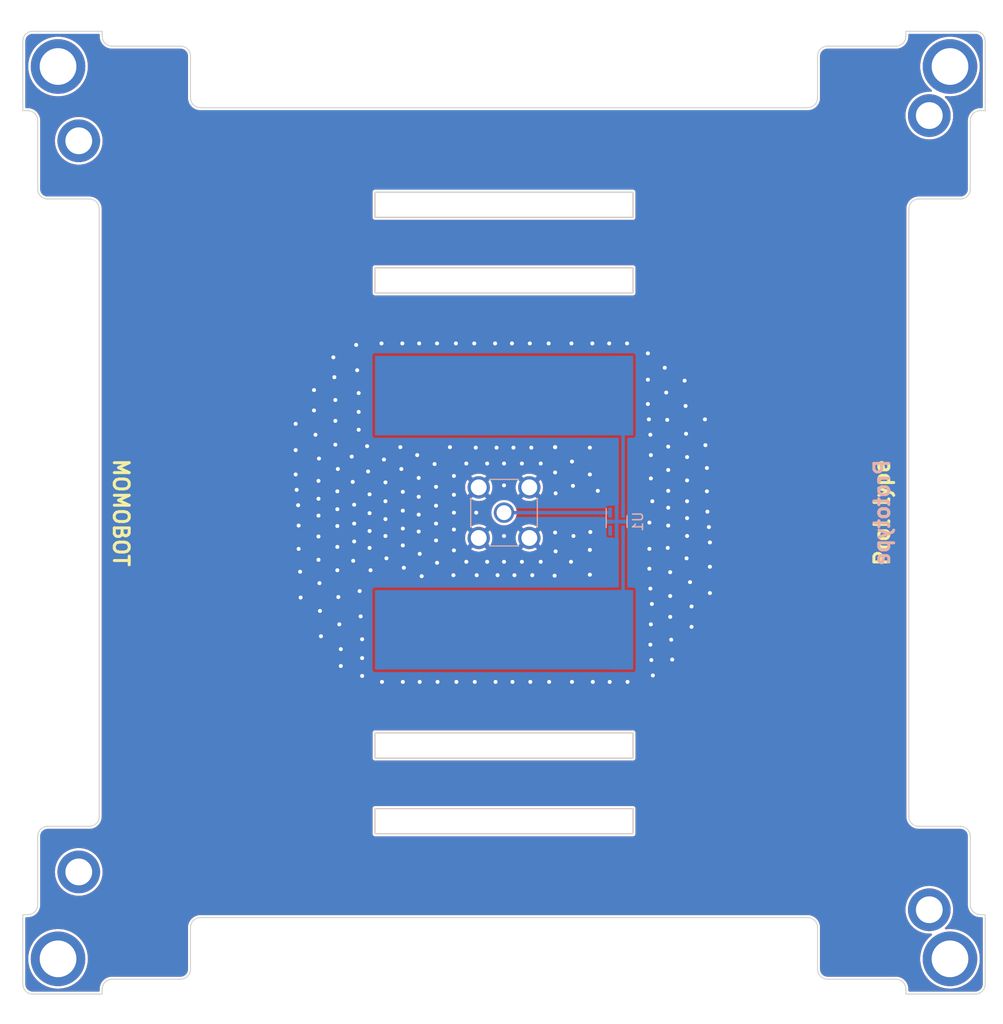
<source format=kicad_pcb>
(kicad_pcb (version 20211014) (generator pcbnew)
  (layers (0 "F.Cu" signal) (31 "B.Cu" signal) (34 "B.Paste" user) (35 "F.Paste" user) (36 "B.SilkS" user "B.Silkscreen") (37 "F.SilkS" user "F.Silkscreen") (38 "B.Mask" user) (39 "F.Mask" user) (44 "Edge.Cuts" user))
  (net 0 "")
  (net 2 "Net-(AE1-Pad1)")
  (net 3 "GND")
  (net 4 "Net-(AE1-Pad2)")
  (net 5 "Net-(J1-Pad1)")
  (footprint "ISP:MountingHole_3.7mm_Pad_Modified" (layer "F.Cu") (at 163.45 143.45)
    (fp_text reference "H4")
    (fp_text value "MountingHole")
    (pad "1" thru_hole circle (at 0 0) (size 5.5 5.5) (drill 3.7) (layers *.Cu *.Mask))
  )
  (footprint "MountingHole:MountingHole_2.7mm_M2.5_DIN965_Pad" (layer "F.Cu") (at 161.364 58.495)
    (fp_text reference "H6")
    (fp_text value "MountingHole")
    (pad "1" thru_hole circle (at 0 0) (size 4.3 4.3) (drill 2.7) (layers *.Cu *.Mask))
  )
  (footprint "ISP:MountingHole_3.7mm_Pad_Modified" (layer "F.Cu") (at 73.55 53.55)
    (fp_text reference "H1")
    (fp_text value "MountingHole")
    (pad "1" thru_hole circle (at 0 0) (size 5.5 5.5) (drill 3.7) (layers *.Cu *.Mask))
  )
  (footprint "MountingHole:MountingHole_2.7mm_M2.5_DIN965_Pad" (layer "F.Cu") (at 161.364 138.505)
    (fp_text reference "H8")
    (fp_text value "MountingHole")
    (pad "1" thru_hole circle (at 0 0) (size 4.3 4.3) (drill 2.7) (layers *.Cu *.Mask))
  )
  (footprint "MountingHole:MountingHole_2.7mm_M2.5_DIN965_Pad" (layer "F.Cu") (at 75.639 134.695)
    (fp_text reference "H7")
    (fp_text value "MountingHole")
    (pad "1" thru_hole circle (at 0 0) (size 4.3 4.3) (drill 2.7) (layers *.Cu *.Mask))
  )
  (footprint "MountingHole:MountingHole_2.7mm_M2.5_DIN965_Pad" (layer "F.Cu") (at 75.639 61.035)
    (fp_text reference "H5")
    (fp_text value "MountingHole")
    (pad "1" thru_hole circle (at 0 0) (size 4.3 4.3) (drill 2.7) (layers *.Cu *.Mask))
  )
  (footprint "ISP:MountingHole_3.7mm_Pad_Modified" (layer "F.Cu") (at 73.55 143.45)
    (fp_text reference "H3")
    (fp_text value "MountingHole")
    (pad "1" thru_hole circle (at 0 0) (size 5.5 5.5) (drill 3.7) (layers *.Cu *.Mask))
  )
  (footprint "ISP:MountingHole_3.7mm_Pad_Modified" (layer "F.Cu") (at 163.45 53.55)
    (fp_text reference "H2")
    (fp_text value "MountingHole")
    (pad "1" thru_hole circle (at 0 0) (size 5.5 5.5) (drill 3.7) (layers *.Cu *.Mask))
  )
  (footprint "ISP:SMA_Connector" (layer "B.Cu") (at 118.5 98.5 90)
    (fp_text reference "J1")
    (fp_text value "SMA Connector Male")
    (fp_line (start -1.45 -3.355) (end 1.45 -3.355) (layer "B.SilkS") (width 0.12))
    (fp_line (start 3.355 1.45) (end 3.355 -1.45) (layer "B.SilkS") (width 0.12))
    (fp_line (start -3.355 1.45) (end -3.355 -1.45) (layer "B.SilkS") (width 0.12))
    (fp_line (start -1.45 3.355) (end 1.45 3.355) (layer "B.SilkS") (width 0.12))
    (pad "1" thru_hole circle (at 0 0 90) (size 2.05 2.05) (drill 1.5) (layers *.Mask "F.Cu" "In1.Cu" "B.Cu") (net 5 "Net-(J1-Pad1)"))
    (pad "2" thru_hole circle (at 2.55 -2.55 90) (size 2.25 2.25) (drill 1.6) (layers *.Cu *.Mask) (net 3 "GND"))
    (pad "2" thru_hole circle (at -2.55 -2.55 90) (size 2.25 2.25) (drill 1.6) (layers *.Cu *.Mask) (net 3 "GND"))
    (pad "2" thru_hole circle (at -2.55 2.55 90) (size 2.25 2.25) (drill 1.6) (layers *.Cu *.Mask) (net 3 "GND"))
    (pad "2" thru_hole circle (at 2.55 2.55 90) (size 2.25 2.25) (drill 1.6) (layers *.Cu *.Mask) (net 3 "GND"))
  )
  (footprint "ISP:Antenna_Pads_Two_Slits" (layer "B.Cu") (at 118.5 98.5 -90)
    (fp_text reference "AE1")
    (fp_text value "Dipole_Antenna")
    (fp_line (start -24.67 -13) (end -22.13 -13) (layer "B.SilkS") (width 0.12))
    (fp_line (start -32.29 -13) (end -29.75 -13) (layer "B.SilkS") (width 0.12))
    (fp_line (start -29.75 13) (end -29.75 -13) (layer "B.SilkS") (width 0.12))
    (fp_line (start -32.29 13) (end -32.29 -13) (layer "B.SilkS") (width 0.12))
    (fp_line (start -29.75 13) (end -32.29 13) (layer "B.SilkS") (width 0.12))
    (fp_line (start 22.19 13) (end 22.19 -13) (layer "B.SilkS") (width 0.12))
    (fp_line (start -22.13 13) (end -22.13 -13) (layer "B.SilkS") (width 0.12))
    (fp_line (start -24.67 13) (end -24.67 -13) (layer "B.SilkS") (width 0.12))
    (fp_line (start 29.81 -13) (end 32.35 -13) (layer "B.SilkS") (width 0.12))
    (fp_line (start 32.35 13) (end 29.85 13) (layer "B.SilkS") (width 0.12))
    (fp_line (start 24.73 13) (end 24.73 -13) (layer "B.SilkS") (width 0.12))
    (fp_line (start -22.13 13) (end -24.67 13) (layer "B.SilkS") (width 0.12))
    (fp_line (start 22.19 -13) (end 24.73 -13) (layer "B.SilkS") (width 0.12))
    (fp_line (start 32.35 13) (end 32.35 -13) (layer "B.SilkS") (width 0.12))
    (fp_line (start 24.73 13) (end 22.19 13) (layer "B.SilkS") (width 0.12))
    (fp_line (start 29.81 13) (end 29.81 -13) (layer "B.SilkS") (width 0.12))
    (pad "1" smd rect (at -11.8 -12 270) (size 8 2) (layers "B.Cu" "B.Paste" "B.Mask") (net 2 "Net-(AE1-Pad1)"))
    (pad "1" smd rect (at -11.8 0 270) (size 8 26) (layers "B.Cu" "B.Paste" "B.Mask") (net 2 "Net-(AE1-Pad1)"))
    (pad "2" smd rect (at 11.8 0 270) (size 8 26) (layers "B.Cu" "B.Paste" "B.Mask") (net 4 "Net-(AE1-Pad2)"))
    (pad "2" smd rect (at 11.8 -12 270) (size 8 2) (layers "B.Cu" "B.Paste" "B.Mask") (net 4 "Net-(AE1-Pad2)"))
  )
  (footprint "RF_Converter:Balun_Johanson_5400BL15B050E" (layer "B.Cu") (at 129.85 99.4 -90)
    (fp_text reference "U1" (at 0 -2.15 90) (layer "B.SilkS") (effects (justify mirror)))
    (fp_text value "HHM1589D1")
    (fp_line (start -1.3 1.05) (end 0.6 1.05) (layer "B.SilkS") (width 0.12))
    (fp_line (start -0.6 -1.05) (end 0.6 -1.05) (layer "B.SilkS") (width 0.12))
    (pad "1" smd rect (at -0.9 0.65 270) (size 1 0.35) (layers "B.Cu" "B.Paste" "B.Mask") (net 5 "Net-(J1-Pad1)") (clearance 0.2))
    (pad "2" smd rect (at -0.9 0 270) (size 1 0.35) (layers "B.Cu" "B.Paste" "B.Mask") (net 3 "GND"))
    (pad "3" smd rect (at -0.9 -0.65 270) (size 1 0.35) (layers "B.Cu" "B.Paste" "B.Mask") (net 2 "Net-(AE1-Pad1)") (clearance 0.2))
    (pad "4" smd rect (at 0.9 -0.65 270) (size 1 0.35) (layers "B.Cu" "B.Paste" "B.Mask") (net 4 "Net-(AE1-Pad2)") (clearance 0.2))
    (pad "5" smd rect (at 0.9 0 270) (size 1 0.35) (layers "B.Cu" "B.Paste" "B.Mask") (net 3 "GND"))
    (pad "6" smd rect (at 0.9 0.65 270) (size 1 0.35) (layers "B.Cu" "B.Paste" "B.Mask") (clearance 0.2))
  )
  (gr_arc (start 77.7 129.1) (mid 77.407107 129.807107) (end 76.7 130.1) (layer "Edge.Cuts") (width 0.1))
  (gr_arc (start 71.5 131.1) (mid 71.792893 130.392893) (end 72.5 130.1) (layer "Edge.Cuts") (width 0.1))
  (gr_arc (start 159.3 67.9) (mid 159.592893 67.192893) (end 160.3 66.9) (layer "Edge.Cuts") (width 0.1))
  (gr_line (start 167 58) (end 167 51) (layer "Edge.Cuts") (width 0.1))
  (gr_line (start 167 58) (end 166.5 58) (layer "Edge.Cuts") (width 0.1))
  (gr_arc (start 87.9 57.7) (mid 87.192893 57.407107) (end 86.9 56.7) (layer "Edge.Cuts") (width 0.1))
  (gr_line (start 159 50) (end 166 50) (layer "Edge.Cuts") (width 0.1))
  (gr_arc (start 166.5 139) (mid 165.792893 138.707107) (end 165.5 138) (layer "Edge.Cuts") (width 0.1))
  (gr_arc (start 71 147) (mid 70.292893 146.707107) (end 70 146) (layer "Edge.Cuts") (width 0.1))
  (gr_line (start 149.1 139.3) (end 87.9 139.3) (layer "Edge.Cuts") (width 0.1))
  (gr_arc (start 167 146) (mid 166.707107 146.707107) (end 166 147) (layer "Edge.Cuts") (width 0.1))
  (gr_arc (start 78 146.5) (mid 78.292893 145.792893) (end 79 145.5) (layer "Edge.Cuts") (width 0.1))
  (gr_arc (start 158 145.5) (mid 158.707107 145.792893) (end 159 146.5) (layer "Edge.Cuts") (width 0.1))
  (gr_line (start 70 139) (end 70 146) (layer "Edge.Cuts") (width 0.1))
  (gr_arc (start 164.5 130.1) (mid 165.207107 130.392893) (end 165.5 131.1) (layer "Edge.Cuts") (width 0.1))
  (gr_line (start 70.5 58) (end 70 58) (layer "Edge.Cuts") (width 0.1))
  (gr_line (start 150.1 140.3) (end 150.1 144.5) (layer "Edge.Cuts") (width 0.1))
  (gr_line (start 87.9 57.7) (end 149.1 57.7) (layer "Edge.Cuts") (width 0.1))
  (gr_arc (start 72.5 66.9) (mid 71.792893 66.607107) (end 71.5 65.9) (layer "Edge.Cuts") (width 0.1))
  (gr_line (start 78 147) (end 71 147) (layer "Edge.Cuts") (width 0.1))
  (gr_line (start 166 147) (end 159 147) (layer "Edge.Cuts") (width 0.1))
  (gr_line (start 166.5 139) (end 167 139) (layer "Edge.Cuts") (width 0.1))
  (gr_arc (start 159 50.5) (mid 158.707107 51.207107) (end 158 51.5) (layer "Edge.Cuts") (width 0.1))
  (gr_line (start 159.3 67.9) (end 159.3 129.1) (layer "Edge.Cuts") (width 0.1))
  (gr_line (start 85.9 145.5) (end 79 145.5) (layer "Edge.Cuts") (width 0.1))
  (gr_rect (start 105.49989 128.311157) (end 131.499934 130.850665) (layer "Edge.Cuts") (width 0.1) (fill none))
  (gr_line (start 76.7 130.1) (end 72.5 130.1) (layer "Edge.Cuts") (width 0.1))
  (gr_line (start 165.5 59) (end 165.5 65.9) (layer "Edge.Cuts") (width 0.1))
  (gr_line (start 150.1 56.7) (end 150.1 52.5) (layer "Edge.Cuts") (width 0.1))
  (gr_arc (start 150.1 56.7) (mid 149.807107 57.407107) (end 149.1 57.7) (layer "Edge.Cuts") (width 0.1))
  (gr_line (start 86.9 140.3) (end 86.9 144.5) (layer "Edge.Cuts") (width 0.1))
  (gr_rect (start 105.497971 66.208113) (end 131.49797 68.745719) (layer "Edge.Cuts") (width 0.1) (fill none))
  (gr_line (start 158 145.5) (end 151.1 145.5) (layer "Edge.Cuts") (width 0.1))
  (gr_arc (start 86.9 140.3) (mid 87.192893 139.592893) (end 87.9 139.3) (layer "Edge.Cuts") (width 0.1))
  (gr_rect (start 105.503793 120.684906) (end 131.503837 123.224414) (layer "Edge.Cuts") (width 0.1) (fill none))
  (gr_line (start 76.7 66.9) (end 72.5 66.9) (layer "Edge.Cuts") (width 0.1))
  (gr_rect (start 105.499435 76.363697) (end 131.500565 73.825) (layer "Edge.Cuts") (width 0.1) (fill none))
  (gr_arc (start 79 51.5) (mid 78.292893 51.207107) (end 78 50.5) (layer "Edge.Cuts") (width 0.1))
  (gr_line (start 160.3 130.1) (end 164.5 130.1) (layer "Edge.Cuts") (width 0.1))
  (gr_arc (start 166 50) (mid 166.707107 50.292893) (end 167 51) (layer "Edge.Cuts") (width 0.1))
  (gr_line (start 79 51.5) (end 85.9 51.5) (layer "Edge.Cuts") (width 0.1))
  (gr_line (start 71.5 131.1) (end 71.5 138) (layer "Edge.Cuts") (width 0.1))
  (gr_line (start 160.3 66.9) (end 164.5 66.9) (layer "Edge.Cuts") (width 0.1))
  (gr_line (start 159 50) (end 159 50.5) (layer "Edge.Cuts") (width 0.1))
  (gr_arc (start 86.9 144.5) (mid 86.607107 145.207107) (end 85.9 145.5) (layer "Edge.Cuts") (width 0.1))
  (gr_line (start 78 50.5) (end 78 50) (layer "Edge.Cuts") (width 0.1))
  (gr_line (start 70 139) (end 70.5 139) (layer "Edge.Cuts") (width 0.1))
  (gr_arc (start 70.5 58) (mid 71.207107 58.292893) (end 71.5 59) (layer "Edge.Cuts") (width 0.1))
  (gr_arc (start 160.3 130.1) (mid 159.592893 129.807107) (end 159.3 129.1) (layer "Edge.Cuts") (width 0.1))
  (gr_arc (start 165.5 59) (mid 165.792893 58.292893) (end 166.5 58) (layer "Edge.Cuts") (width 0.1))
  (gr_line (start 77.7 129.1) (end 77.7 67.9) (layer "Edge.Cuts") (width 0.1))
  (gr_line (start 86.9 56.7) (end 86.9 52.5) (layer "Edge.Cuts") (width 0.1))
  (gr_line (start 70 51) (end 70 58) (layer "Edge.Cuts") (width 0.1))
  (gr_line (start 158 51.5) (end 151.1 51.5) (layer "Edge.Cuts") (width 0.1))
  (gr_line (start 71.5 59) (end 71.5 65.9) (layer "Edge.Cuts") (width 0.1))
  (gr_arc (start 85.9 51.5) (mid 86.607107 51.792893) (end 86.9 52.5) (layer "Edge.Cuts") (width 0.1))
  (gr_arc (start 165.5 65.9) (mid 165.207107 66.607107) (end 164.5 66.9) (layer "Edge.Cuts") (width 0.1))
  (gr_arc (start 149.1 139.3) (mid 149.807107 139.592893) (end 150.1 140.3) (layer "Edge.Cuts") (width 0.1))
  (gr_line (start 159 146.5) (end 159 147) (layer "Edge.Cuts") (width 0.1))
  (gr_arc (start 71.5 138) (mid 71.207107 138.707107) (end 70.5 139) (layer "Edge.Cuts") (width 0.1))
  (gr_arc (start 151.1 145.5) (mid 150.392893 145.207107) (end 150.1 144.5) (layer "Edge.Cuts") (width 0.1))
  (gr_arc (start 150.1 52.5) (mid 150.392893 51.792893) (end 151.1 51.5) (layer "Edge.Cuts") (width 0.1))
  (gr_line (start 165.5 131.1) (end 165.5 138) (layer "Edge.Cuts") (width 0.1))
  (gr_arc (start 70 51) (mid 70.292893 50.292893) (end 71 50) (layer "Edge.Cuts") (width 0.1))
  (gr_line (start 78 50) (end 71 50) (layer "Edge.Cuts") (width 0.1))
  (gr_line (start 167 139) (end 167 146) (layer "Edge.Cuts") (width 0.1))
  (gr_arc (start 76.7 66.9) (mid 77.407107 67.192893) (end 77.7 67.9) (layer "Edge.Cuts") (width 0.1))
  (gr_line (start 78 147) (end 78 146.5) (layer "Edge.Cuts") (width 0.1))
  (gr_text "Prototype" (at 156.6 98.5 90) (layer "B.SilkS") (effects (font (size 1.5 1.5) (thickness 0.3)) (justify mirror)))
  (gr_text "MOMOBOT" (at 79.9 98.5 -90) (layer "F.SilkS") (effects (font (size 1.5 1.5) (thickness 0.3))))
  (gr_text "Prototype" (at 156.6 98.5 90) (layer "F.SilkS") (effects (font (size 1.5 1.5) (thickness 0.3))))
  (segment (start 130.5 86.7) (end 130.5 98.5) (width 0.35) (layer "B.Cu") (net 2))
  (segment (start 126.3 89.42) (end 123.58 86.7) (width 0.25) (layer "B.Cu") (net 2))
  (segment (start 126.3 86.7) (end 118.5 86.7) (width 0.25) (layer "B.Cu") (net 2))
  (via (at 136.95 95.25) (size 0.8) (drill 0.4) (layers "F.Cu" "B.Cu") (net 3))
  (via (at 127.95 96.3) (size 0.8) (drill 0.4) (layers "F.Cu" "B.Cu") (net 3))
  (via (at 127.15 91.95) (size 0.8) (drill 0.4) (layers "F.Cu" "B.Cu") (net 3))
  (via (at 119.3 81.45) (size 0.8) (drill 0.4) (layers "F.Cu" "B.Cu") (net 3))
  (via (at 137.4 107.95) (size 0.8) (drill 0.4) (layers "F.Cu" "B.Cu") (net 3))
  (via (at 104.05 108.95) (size 0.8) (drill 0.4) (layers "F.Cu" "B.Cu") (net 3))
  (via (at 133.15 102.15) (size 0.8) (drill 0.4) (layers "F.Cu" "B.Cu") (net 3))
  (via (at 129.1 81.45) (size 0.8) (drill 0.4) (layers "F.Cu" "B.Cu") (net 3))
  (via (at 125.35 93.35) (size 0.8) (drill 0.4) (layers "F.Cu" "B.Cu") (net 3))
  (via (at 133.3 95.05) (size 0.8) (drill 0.4) (layers "F.Cu" "B.Cu") (net 3))
  (via (at 97.75 97.75) (size 0.8) (drill 0.4) (layers "F.Cu" "B.Cu") (net 3))
  (via (at 102.05 113.95) (size 0.8) (drill 0.4) (layers "F.Cu" "B.Cu") (net 3))
  (via (at 101.7 104.3) (size 0.8) (drill 0.4) (layers "F.Cu" "B.Cu") (net 3))
  (via (at 127.2 100.45) (size 0.8) (drill 0.4) (layers "F.Cu" "B.Cu") (net 3))
  (via (at 111.65 99.6) (size 0.8) (drill 0.4) (layers "F.Cu" "B.Cu") (net 3))
  (via (at 123.65 100.5) (size 0.8) (drill 0.4) (layers "F.Cu" "B.Cu") (net 3))
  (via (at 133.45 97.35) (size 0.8) (drill 0.4) (layers "F.Cu" "B.Cu") (net 3))
  (via (at 110 115.55) (size 0.8) (drill 0.4) (layers "F.Cu" "B.Cu") (net 3))
  (via (at 135.25 106.9) (size 0.8) (drill 0.4) (layers "F.Cu" "B.Cu") (net 3))
  (via (at 115.65 91.95) (size 0.8) (drill 0.4) (layers "F.Cu" "B.Cu") (net 3))
  (via (at 113.7 115.55) (size 0.8) (drill 0.4) (layers "F.Cu" "B.Cu") (net 3))
  (via (at 104.95 100.35) (size 0.8) (drill 0.4) (layers "F.Cu" "B.Cu") (net 3))
  (via (at 104.95 96.65) (size 0.8) (drill 0.4) (layers "F.Cu" "B.Cu") (net 3))
  (via (at 104.2 114.95) (size 0.8) (drill 0.4) (layers "F.Cu" "B.Cu") (net 3))
  (via (at 108.05 91.9) (size 0.8) (drill 0.4) (layers "F.Cu" "B.Cu") (net 3))
  (via (at 108.3 98.3) (size 0.8) (drill 0.4) (layers "F.Cu" "B.Cu") (net 3))
  (via (at 123.65 91.9) (size 0.8) (drill 0.4) (layers "F.Cu" "B.Cu") (net 3))
  (via (at 103.85 86.45) (size 0.8) (drill 0.4) (layers "F.Cu" "B.Cu") (net 3))
  (via (at 120.3 93.55) (size 0.8) (drill 0.4) (layers "F.Cu" "B.Cu") (net 3))
  (via (at 113.45 102.3) (size 0.8) (drill 0.4) (layers "F.Cu" "B.Cu") (net 3))
  (via (at 113.45 98.5) (size 0.8) (drill 0.4) (layers "F.Cu" "B.Cu") (net 3))
  (via (at 137.4 110) (size 0.8) (drill 0.4) (layers "F.Cu" "B.Cu") (net 3))
  (via (at 108.3 101.8) (size 0.8) (drill 0.4) (layers "F.Cu" "B.Cu") (net 3))
  (via (at 103.95 106.4) (size 0.8) (drill 0.4) (layers "F.Cu" "B.Cu") (net 3))
  (via (at 97.6 96.2) (size 0.8) (drill 0.4) (layers "F.Cu" "B.Cu") (net 3))
  (via (at 133.3 109.75) (size 0.8) (drill 0.4) (layers "F.Cu" "B.Cu") (net 3))
  (via (at 133.35 113.35) (size 0.8) (drill 0.4) (layers "F.Cu" "B.Cu") (net 3))
  (via (at 119.45 91.95) (size 0.8) (drill 0.4) (layers "F.Cu" "B.Cu") (net 3))
  (via (at 127.45 115.55) (size 0.8) (drill 0.4) (layers "F.Cu" "B.Cu") (net 3))
  (via (at 121.15 115.55) (size 0.8) (drill 0.4) (layers "F.Cu" "B.Cu") (net 3))
  (via (at 117.75 91.95) (size 0.8) (drill 0.4) (layers "F.Cu" "B.Cu") (net 3))
  (via (at 108.15 94.1) (size 0.8) (drill 0.4) (layers "F.Cu" "B.Cu") (net 3))
  (via (at 133 87.55) (size 0.8) (drill 0.4) (layers "F.Cu" "B.Cu") (net 3))
  (via (at 136.9 103.1) (size 0.8) (drill 0.4) (layers "F.Cu" "B.Cu") (net 3))
  (via (at 108.4 104.05) (size 0.8) (drill 0.4) (layers "F.Cu" "B.Cu") (net 3))
  (via (at 97.8 99.8) (size 0.8) (drill 0.4) (layers "F.Cu" "B.Cu") (net 3))
  (via (at 106.65 103.1) (size 0.8) (drill 0.4) (layers "F.Cu" "B.Cu") (net 3))
  (via (at 136.85 90.55) (size 0.8) (drill 0.4) (layers "F.Cu" "B.Cu") (net 3))
  (via (at 114.7 103.45) (size 0.8) (drill 0.4) (layers "F.Cu" "B.Cu") (net 3))
  (via (at 139 98.4) (size 0.8) (drill 0.4) (layers "F.Cu" "B.Cu") (net 3))
  (via (at 104.8 94.35) (size 0.8) (drill 0.4) (layers "F.Cu" "B.Cu") (net 3))
  (via (at 99.5 90.65) (size 0.8) (drill 0.4) (layers "F.Cu" "B.Cu") (net 3))
  (via (at 117.65 115.55) (size 0.8) (drill 0.4) (layers "F.Cu" "B.Cu") (net 3))
  (via (at 123.7 96.55) (size 0.8) (drill 0.4) (layers "F.Cu" "B.Cu") (net 3))
  (via (at 98 107.05) (size 0.8) (drill 0.4) (layers "F.Cu" "B.Cu") (net 3))
  (via (at 104.95 102.05) (size 0.8) (drill 0.4) (layers "F.Cu" "B.Cu") (net 3))
  (via (at 99.8 103.25) (size 0.8) (drill 0.4) (layers "F.Cu" "B.Cu") (net 3))
  (via (at 103.4 101.4) (size 0.8) (drill 0.4) (layers "F.Cu" "B.Cu") (net 3))
  (via (at 111.5 93.6) (size 0.8) (drill 0.4) (layers "F.Cu" "B.Cu") (net 3))
  (via (at 125.35 115.55) (size 0.8) (drill 0.4) (layers "F.Cu" "B.Cu") (net 3))
  (via (at 101.5 87.15) (size 0.8) (drill 0.4) (layers "F.Cu" "B.Cu") (net 3))
  (via (at 133.25 111.8) (size 0.8) (drill 0.4) (layers "F.Cu" "B.Cu") (net 3))
  (via (at 101.7 96.35) (size 0.8) (drill 0.4) (layers "F.Cu" "B.Cu") (net 3))
  (via (at 135.45 113.3) (size 0.8) (drill 0.4) (layers "F.Cu" "B.Cu") (net 3))
  (via (at 109.9 95) (size 0.8) (drill 0.4) (layers "F.Cu" "B.Cu") (net 3))
  (via (at 104.2 113.15) (size 0.8) (drill 0.4) (layers "F.Cu" "B.Cu") (net 3))
  (via (at 108.3 115.55) (size 0.8) (drill 0.4) (layers "F.Cu" "B.Cu") (net 3))
  (via (at 103.6 81.6) (size 0.8) (drill 0.4) (layers "F.Cu" "B.Cu") (net 3))
  (via (at 99.85 93.05) (size 0.8) (drill 0.4) (layers "F.Cu" "B.Cu") (net 3))
  (via (at 125.25 103.45) (size 0.8) (drill 0.4) (layers "F.Cu" "B.Cu") (net 3))
  (via (at 123.65 94.45) (size 0.8) (drill 0.4) (layers "F.Cu" "B.Cu") (net 3))
  (via (at 130.95 115.55) (size 0.8) (drill 0.4) (layers "F.Cu" "B.Cu") (net 3))
  (via (at 106.2 115.55) (size 0.8) (drill 0.4) (layers "F.Cu" "B.Cu") (net 3))
  (via (at 139.25 106.6) (size 0.8) (drill 0.4) (layers "F.Cu" "B.Cu") (net 3))
  (via (at 118.5 93.55) (size 0.8) (drill 0.4) (layers "F.Cu" "B.Cu") (net 3))
  (via (at 102.05 112.25) (size 0.8) (drill 0.4) (layers "F.Cu" "B.Cu") (net 3))
  (via (at 108.3 96.4) (size 0.8) (drill 0.4) (layers "F.Cu" "B.Cu") (net 3))
  (via (at 136.95 92.9) (size 0.8) (drill 0.4) (layers "F.Cu" "B.Cu") (net 3))
  (via (at 104.95 98.55) (size 0.8) (drill 0.4) (layers "F.Cu" "B.Cu") (net 3))
  (via (at 114.7 93.55) (size 0.8) (drill 0.4) (layers "F.Cu" "B.Cu") (net 3))
  (via (at 135.05 94.2) (size 0.8) (drill 0.4) (layers "F.Cu" "B.Cu") (net 3))
  (via (at 97.5 89.55) (size 0.8) (drill 0.4) (layers "F.Cu" "B.Cu") (net 3))
  (via (at 118.5 95.75) (size 0.8) (drill 0.4) (layers "F.Cu" "B.Cu") (net 3))
  (via (at 121.1 81.45) (size 0.8) (drill 0.4) (layers "F.Cu" "B.Cu") (net 3))
  (via (at 135.25 109) (size 0.8) (drill 0.4) (layers "F.Cu" "B.Cu") (net 3))
  (via (at 101.4 84.85) (size 0.8) (drill 0.4) (layers "F.Cu" "B.Cu") (net 3))
  (via (at 104.7 91.8) (size 0.8) (drill 0.4) (layers "F.Cu" "B.Cu") (net 3))
  (via (at 99.35 88.2) (size 0.8) (drill 0.4) (layers "F.Cu" "B.Cu") (net 3))
  (via (at 109.95 81.45) (size 0.8) (drill 0.4) (layers "F.Cu" "B.Cu") (net 3))
  (via (at 110 102.65) (size 0.8) (drill 0.4) (layers "F.Cu" "B.Cu") (net 3))
  (via (at 109.9 96.9) (size 0.8) (drill 0.4) (layers "F.Cu" "B.Cu") (net 3))
  (via (at 97.5 94.65) (size 0.8) (drill 0.4) (layers "F.Cu" "B.Cu") (net 3))
  (via (at 123.7 102.4) (size 0.8) (drill 0.4) (layers "F.Cu" "B.Cu") (net 3))
  (via (at 123.6 104.85) (size 0.8) (drill 0.4) (layers "F.Cu" "B.Cu") (net 3))
  (via (at 136.8 87.75) (size 0.8) (drill 0.4) (layers "F.Cu" "B.Cu") (net 3))
  (via (at 109.75 92.7) (size 0.8) (drill 0.4) (layers "F.Cu" "B.Cu") (net 3))
  (via (at 133.3 92.7) (size 0.8) (drill 0.4) (layers "F.Cu" "B.Cu") (net 3))
  (via (at 111.75 81.45) (size 0.8) (drill 0.4) (layers "F.Cu" "B.Cu") (net 3))
  (via (at 111.75 103.55) (size 0.8) (drill 0.4) (layers "F.Cu" "B.Cu") (net 3))
  (via (at 113.05 91.9) (size 0.8) (drill 0.4) (layers "F.Cu" "B.Cu") (net 3))
  (via (at 104.2 111.25) (size 0.8) (drill 0.4) (layers "F.Cu" "B.Cu") (net 3))
  (via (at 115.75 104.8) (size 0.8) (drill 0.4) (layers "F.Cu" "B.Cu") (net 3))
  (via (at 138.95 94) (size 0.8) (drill 0.4) (layers "F.Cu" "B.Cu") (net 3))
  (via (at 120.3 103.45) (size 0.8) (drill 0.4) (layers "F.Cu" "B.Cu") (net 3))
  (via (at 113.4 104.8) (size 0.8) (drill 0.4) (layers "F.Cu" "B.Cu") (net 3))
  (via (at 136.7 85.2) (size 0.8) (drill 0.4) (layers "F.Cu" "B.Cu") (net 3))
  (via (at 101.5 91.65) (size 0.8) (drill 0.4) (layers "F.Cu" "B.Cu") (net 3))
  (via (at 133.15 104.15) (size 0.8) (drill 0.4) (layers "F.Cu" "B.Cu") (net 3))
  (via (at 106.15 81.45) (size 0.8) (drill 0.4) (layers "F.Cu" "B.Cu") (net 3))
  (via (at 99.9 105.6) (size 0.8) (drill 0.4) (layers "F.Cu" "B.Cu") (net 3))
  (via (at 106.55 95.45) (size 0.8) (drill 0.4) (layers "F.Cu" "B.Cu") (net 3))
  (via (at 106.55 97.35) (size 0.8) (drill 0.4) (layers "F.Cu" "B.Cu") (net 3))
  (via (at 113.45 100.2) (size 0.8) (drill 0.4) (layers "F.Cu" "B.Cu") (net 3))
  (via (at 134.85 86.4) (size 0.8) (drill 0.4) (layers "F.Cu" "B.Cu") (net 3))
  (via (at 127.15 102.25) (size 0.8) (drill 0.4) (layers "F.Cu" "B.Cu") (net 3))
  (via (at 103.25 95.4) (size 0.8) (drill 0.4) (layers "F.Cu" "B.Cu") (net 3))
  (via (at 133.4 107.7) (size 0.8) (drill 0.4) (layers "F.Cu" "B.Cu") (net 3))
  (via (at 135.05 99.8) (size 0.8) (drill 0.4) (layers "F.Cu" "B.Cu") (net 3))
  (via (at 101.75 94.1) (size 0.8) (drill 0.4) (layers "F.Cu" "B.Cu") (net 3))
  (via (at 138.95 96.35) (size 0.8) (drill 0.4) (layers "F.Cu" "B.Cu") (net 3))
  (via (at 136.95 99.05) (size 0.8) (drill 0.4) (layers "F.Cu" "B.Cu") (net 3))
  (via (at 133.25 90.65) (size 0.8) (drill 0.4) (layers "F.Cu" "B.Cu") (net 3))
  (via (at 135 102.05) (size 0.8) (drill 0.4) (layers "F.Cu" "B.Cu") (net 3))
  (via (at 127.15 94.65) (size 0.8) (drill 0.4) (layers "F.Cu" "B.Cu") (net 3))
  (via (at 109.9 98.7) (size 0.8) (drill 0.4) (layers "F.Cu" "B.Cu") (net 3))
  (via (at 113.45 96.7) (size 0.8) (drill 0.4) (layers "F.Cu" "B.Cu") (net 3))
  (via (at 108.25 81.45) (size 0.8) (drill 0.4) (layers "F.Cu" "B.Cu") (net 3))
  (via (at 136.95 100.85) (size 0.8) (drill 0.4) (layers "F.Cu" "B.Cu") (net 3))
  (via (at 139.25 103.95) (size 0.8) (drill 0.4) (layers "F.Cu" "B.Cu") (net 3))
  (via (at 103.3 103.35) (size 0.8) (drill 0.4) (layers "F.Cu" "B.Cu") (net 3))
  (via (at 113.45 94.8) (size 0.8) (drill 0.4) (layers "F.Cu" "B.Cu") (net 3))
  (via (at 121.35 104.8) (size 0.8) (drill 0.4) (layers "F.Cu" "B.Cu") (net 3))
  (via (at 111.65 101.3) (size 0.8) (drill 0.4) (layers "F.Cu" "B.Cu") (net 3))
  (via (at 135.05 96.3) (size 0.8) (drill 0.4) (layers "F.Cu" "B.Cu") (net 3))
  (via (at 106.55 100.85) (size 0.8) (drill 0.4) (layers "F.Cu" "B.Cu") (net 3))
  (via (at 111.8 115.55) (size 0.8) (drill 0.4) (layers "F.Cu" "B.Cu") (net 3))
  (via (at 125.45 95.8) (size 0.8) (drill 0.4) (layers "F.Cu" "B.Cu") (net 3))
  (via (at 123 81.45) (size 0.8) (drill 0.4) (layers "F.Cu" "B.Cu") (net 3))
  (via (at 99.95 108.4) (size 0.8) (drill 0.4) (layers "F.Cu" "B.Cu") (net 3))
  (via (at 100.05 110.95) (size 0.8) (drill 0.4) (layers "F.Cu" "B.Cu") (net 3))
  (via (at 113.65 81.45) (size 0.8) (drill 0.4) (layers "F.Cu" "B.Cu") (net 3))
  (via (at 122.2 103.45) (size 0.8) (drill 0.4) (layers "F.Cu" "B.Cu") (net 3))
  (via (at 105.05 104.3) (size 0.8) (drill 0.4) (layers "F.Cu" "B.Cu") (net 3))
  (via (at 116.8 103.45) (size 0.8) (drill 0.4) (layers "F.Cu" "B.Cu") (net 3))
  (via (at 119.35 115.55) (size 0.8) (drill 0.4) (layers "F.Cu" "B.Cu") (net 3))
  (via (at 106.55 99.15) (size 0.8) (drill 0.4) (layers "F.Cu" "B.Cu") (net 3))
  (via (at 135.35 111.3) (size 0.8) (drill 0.4) (layers "F.Cu" "B.Cu") (net 3))
  (via (at 119.55 104.8) (size 0.8) (drill 0.4) (layers "F.Cu" "B.Cu") (net 3))
  (via (at 118.5 100.85) (size 0.8) (drill 0.4) (layers "F.Cu" "B.Cu") (net 3))
  (via (at 101.8 107) (size 0.8) (drill 0.4) (layers "F.Cu" "B.Cu") (net 3))
  (via (at 138.8 91.7) (size 0.8) (drill 0.4) (layers "F.Cu" "B.Cu") (net 3))
  (via (at 130.9 81.45) (size 0.8) (drill 0.4) (layers "F.Cu" "B.Cu") (net 3))
  (via (at 99.8 98.8) (size 0.8) (drill 0.4) (layers "F.Cu" "B.Cu") (net 3))
  (via (at 101.9 109.75) (size 0.8) (drill 0.4) (layers "F.Cu" "B.Cu") (net 3))
  (via (at 97.95 104.45) (size 0.8) (drill 0.4) (layers "F.Cu" "B.Cu") (net 3))
  (via (at 99.8 95.3) (size 0.8) (drill 0.4) (layers "F.Cu" "B.Cu") (net 3))
  (via (at 134.7 83.9) (size 0.8) (drill 0.4) (layers "F.Cu" "B.Cu") (net 3))
  (via (at 136.95 97.35) (size 0.8) (drill 0.4) (layers "F.Cu" "B.Cu") (net 3))
  (via (at 139.25 101.5) (size 0.8) (drill 0.4) (layers "F.Cu" "B.Cu") (net 3))
  (via (at 133.5 114.9) (size 0.8) (drill 0.4) (layers "F.Cu" "B.Cu") (net 3))
  (via (at 111.65 95.9) (size 0.8) (drill 0.4) (layers "F.Cu" "B.Cu") (net 3))
  (via (at 123.65 91.9) (size 0.8) (drill 0.4) (layers "F.Cu" "B.Cu") (net 3))
  (via (at 133.1 89.1) (size 0.8) (drill 0.4) (layers "F.Cu" "B.Cu") (net 3))
  (via (at 97.8 102.15) (size 0.8) (drill 0.4) (layers "F.Cu" "B.Cu") (net 3))
  (via (at 103.85 90.15) (size 0.8) (drill 0.4) (layers "F.Cu" "B.Cu") (net 3))
  (via (at 103.4 99.6) (size 0.8) (drill 0.4) (layers "F.Cu" "B.Cu") (net 3))
  (via (at 133 82.45) (size 0.8) (drill 0.4) (layers "F.Cu" "B.Cu") (net 3))
  (via (at 97.5 92.2) (size 0.8) (drill 0.4) (layers "F.Cu" "B.Cu") (net 3))
  (via (at 108.3 100.1) (size 0.8) (drill 0.4) (layers "F.Cu" "B.Cu") (net 3))
  (via (at 109.9 100.4) (size 0.8) (drill 0.4) (layers "F.Cu" "B.Cu") (net 3))
  (via (at 103.85 88.35) (size 0.8) (drill 0.4) (layers "F.Cu" "B.Cu") (net 3))
  (via (at 127.15 104.75) (size 0.8) (drill 0.4) (layers "F.Cu" "B.Cu") (net 3))
  (via (at 135.05 98) (size 0.8) (drill 0.4) (layers "F.Cu" "B.Cu") (net 3))
  (via (at 127.4 81.45) (size 0.8) (drill 0.4) (layers "F.Cu" "B.Cu") (net 3))
  (via (at 103.7 84.15) (size 0.8) (drill 0.4) (layers "F.Cu" "B.Cu") (net 3))
  (via (at 99.8 97.1) (size 0.8) (drill 0.4) (layers "F.Cu" "B.Cu") (net 3))
  (via (at 101.7 99.85) (size 0.8) (drill 0.4) (layers "F.Cu" "B.Cu") (net 3))
  (via (at 101.7 98.15) (size 0.8) (drill 0.4) (layers "F.Cu" "B.Cu") (net 3))
  (via (at 115.5 81.45) (size 0.8) (drill 0.4) (layers "F.Cu" "B.Cu") (net 3))
  (via (at 99.8 100.9) (size 0.8) (drill 0.4) (layers "F.Cu" "B.Cu") (net 3))
  (via (at 137.25 105.5) (size 0.8) (drill 0.4) (layers "F.Cu" "B.Cu") (net 3))
  (via (at 101.7 101.95) (size 0.8) (drill 0.4) (layers "F.Cu" "B.Cu") (net 3))
  (via (at 115.7 98.5) (size 0.8) (drill 0.4) (layers "F.Cu" "B.Cu") (net 3))
  (via (at 139.15 99.95) (size 0.8) (drill 0.4) (layers "F.Cu" "B.Cu") (net 3))
  (via (at 101.5 89.25) (size 0.8) (drill 0.4) (layers "F.Cu" "B.Cu") (net 3))
  (via (at 134.95 89.15) (size 0.8) (drill 0.4) (layers "F.Cu" "B.Cu") (net 3))
  (via (at 125.5 100.85) (size 0.8) (drill 0.4) (layers "F.Cu" "B.Cu") (net 3))
  (via (at 106.4 93.15) (size 0.8) (drill 0.4) (layers "F.Cu" "B.Cu") (net 3))
  (via (at 133.15 99.5) (size 0.8) (drill 0.4) (layers "F.Cu" "B.Cu") (net 3))
  (via (at 103.15 92.85) (size 0.8) (drill 0.4) (layers "F.Cu" "B.Cu") (net 3))
  (via (at 133 85.1) (size 0.8) (drill 0.4) (layers "F.Cu" "B.Cu") (net 3))
  (via (at 129.15 115.55) (size 0.8) (drill 0.4) (layers "F.Cu" "B.Cu") (net 3))
  (via (at 117.6 81.45) (size 0.8) (drill 0.4) (layers "F.Cu" "B.Cu") (net 3))
  (via (at 118.5 103.45) (size 0.8) (drill 0.4) (layers "F.Cu" "B.Cu") (net 3))
  (via (at 116.8 93.55) (size 0.8) (drill 0.4) (layers "F.Cu" "B.Cu") (net 3))
  (via (at 103.4 97.7) (size 0.8) (drill 0.4) (layers "F.Cu" "B.Cu") (net 3))
  (via (at 117.85 104.8) (size 0.8) (drill 0.4) (layers "F.Cu" "B.Cu") (net 3))
  (via (at 138.75 89.1) (size 0.8) (drill 0.4) (layers "F.Cu" "B.Cu") (net 3))
  (via (at 133.25 106.15) (size 0.8) (drill 0.4) (layers "F.Cu" "B.Cu") (net 3))
  (via (at 125.3 81.45) (size 0.8) (drill 0.4) (layers "F.Cu" "B.Cu") (net 3))
  (via (at 122.2 93.55) (size 0.8) (drill 0.4) (layers "F.Cu" "B.Cu") (net 3))
  (via (at 99.35 86.15) (size 0.8) (drill 0.4) (layers "F.Cu" "B.Cu") (net 3))
  (via (at 110.2 104.9) (size 0.8) (drill 0.4) (layers "F.Cu" "B.Cu") (net 3))
  (via (at 123.05 115.55) (size 0.8) (drill 0.4) (layers "F.Cu" "B.Cu") (net 3))
  (via (at 101.3 82.85) (size 0.8) (drill 0.4) (layers "F.Cu" "B.Cu") (net 3))
  (via (at 115.55 115.55) (size 0.8) (drill 0.4) (layers "F.Cu" "B.Cu") (net 3))
  (via (at 111.65 97.8) (size 0.8) (drill 0.4) (layers "F.Cu" "B.Cu") (net 3))
  (via (at 135.25 104.5) (size 0.8) (drill 0.4) (layers "F.Cu" "B.Cu") (net 3))
  (via (at 135.05 91.85) (size 0.8) (drill 0.4) (layers "F.Cu" "B.Cu") (net 3))
  (via (at 121.25 91.95) (size 0.8) (drill 0.4) (layers "F.Cu" "B.Cu") (net 3))
  (segment (start 126.35 110.5) (end 126.3 110.55) (width 0.25) (layer "B.Cu") (net 4))
  (segment (start 126.3 107.58) (end 123.58 110.3) (width 0.25) (layer "B.Cu") (net 4))
  (segment (start 130.5 100.3) (end 130.5 110.3) (width 0.35) (layer "B.Cu") (net 4))
  (segment (start 129.2 98.5) (end 118.5 98.5) (width 0.35) (layer "B.Cu") (net 5))
  (zone (net 3) (net_name "GND") (layers F&B.Cu) (connect_pads (clearance 0.254)) (min_thickness 0.2032) (fill yes (thermal_gap 0.254) (thermal_bridge_width 0.508))
    (polygon (pts (xy 168.8 47) (xy 168.8 150.05) (xy 67.7 150.05) (xy 67.7 46.85)))
  )
)
</source>
